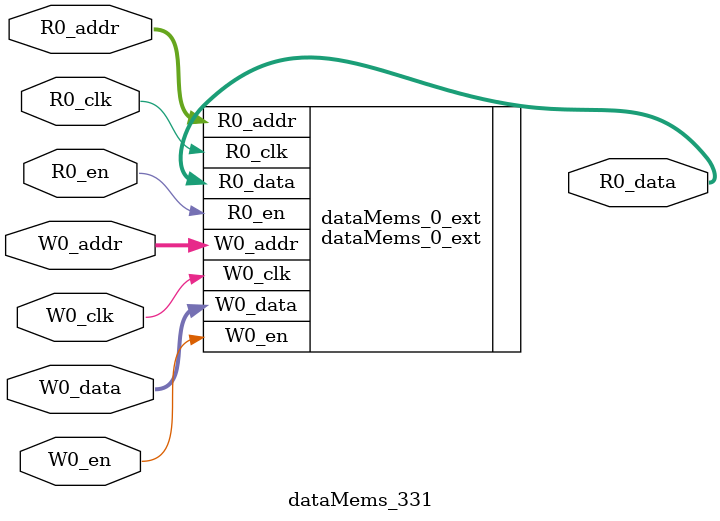
<source format=sv>
`ifndef RANDOMIZE
  `ifdef RANDOMIZE_REG_INIT
    `define RANDOMIZE
  `endif // RANDOMIZE_REG_INIT
`endif // not def RANDOMIZE
`ifndef RANDOMIZE
  `ifdef RANDOMIZE_MEM_INIT
    `define RANDOMIZE
  `endif // RANDOMIZE_MEM_INIT
`endif // not def RANDOMIZE

`ifndef RANDOM
  `define RANDOM $random
`endif // not def RANDOM

// Users can define 'PRINTF_COND' to add an extra gate to prints.
`ifndef PRINTF_COND_
  `ifdef PRINTF_COND
    `define PRINTF_COND_ (`PRINTF_COND)
  `else  // PRINTF_COND
    `define PRINTF_COND_ 1
  `endif // PRINTF_COND
`endif // not def PRINTF_COND_

// Users can define 'ASSERT_VERBOSE_COND' to add an extra gate to assert error printing.
`ifndef ASSERT_VERBOSE_COND_
  `ifdef ASSERT_VERBOSE_COND
    `define ASSERT_VERBOSE_COND_ (`ASSERT_VERBOSE_COND)
  `else  // ASSERT_VERBOSE_COND
    `define ASSERT_VERBOSE_COND_ 1
  `endif // ASSERT_VERBOSE_COND
`endif // not def ASSERT_VERBOSE_COND_

// Users can define 'STOP_COND' to add an extra gate to stop conditions.
`ifndef STOP_COND_
  `ifdef STOP_COND
    `define STOP_COND_ (`STOP_COND)
  `else  // STOP_COND
    `define STOP_COND_ 1
  `endif // STOP_COND
`endif // not def STOP_COND_

// Users can define INIT_RANDOM as general code that gets injected into the
// initializer block for modules with registers.
`ifndef INIT_RANDOM
  `define INIT_RANDOM
`endif // not def INIT_RANDOM

// If using random initialization, you can also define RANDOMIZE_DELAY to
// customize the delay used, otherwise 0.002 is used.
`ifndef RANDOMIZE_DELAY
  `define RANDOMIZE_DELAY 0.002
`endif // not def RANDOMIZE_DELAY

// Define INIT_RANDOM_PROLOG_ for use in our modules below.
`ifndef INIT_RANDOM_PROLOG_
  `ifdef RANDOMIZE
    `ifdef VERILATOR
      `define INIT_RANDOM_PROLOG_ `INIT_RANDOM
    `else  // VERILATOR
      `define INIT_RANDOM_PROLOG_ `INIT_RANDOM #`RANDOMIZE_DELAY begin end
    `endif // VERILATOR
  `else  // RANDOMIZE
    `define INIT_RANDOM_PROLOG_
  `endif // RANDOMIZE
`endif // not def INIT_RANDOM_PROLOG_

// Include register initializers in init blocks unless synthesis is set
`ifndef SYNTHESIS
  `ifndef ENABLE_INITIAL_REG_
    `define ENABLE_INITIAL_REG_
  `endif // not def ENABLE_INITIAL_REG_
`endif // not def SYNTHESIS

// Include rmemory initializers in init blocks unless synthesis is set
`ifndef SYNTHESIS
  `ifndef ENABLE_INITIAL_MEM_
    `define ENABLE_INITIAL_MEM_
  `endif // not def ENABLE_INITIAL_MEM_
`endif // not def SYNTHESIS

module dataMems_331(	// @[generators/ara/src/main/scala/UnsafeAXI4ToTL.scala:365:62]
  input  [4:0]  R0_addr,
  input         R0_en,
  input         R0_clk,
  output [66:0] R0_data,
  input  [4:0]  W0_addr,
  input         W0_en,
  input         W0_clk,
  input  [66:0] W0_data
);

  dataMems_0_ext dataMems_0_ext (	// @[generators/ara/src/main/scala/UnsafeAXI4ToTL.scala:365:62]
    .R0_addr (R0_addr),
    .R0_en   (R0_en),
    .R0_clk  (R0_clk),
    .R0_data (R0_data),
    .W0_addr (W0_addr),
    .W0_en   (W0_en),
    .W0_clk  (W0_clk),
    .W0_data (W0_data)
  );
endmodule


</source>
